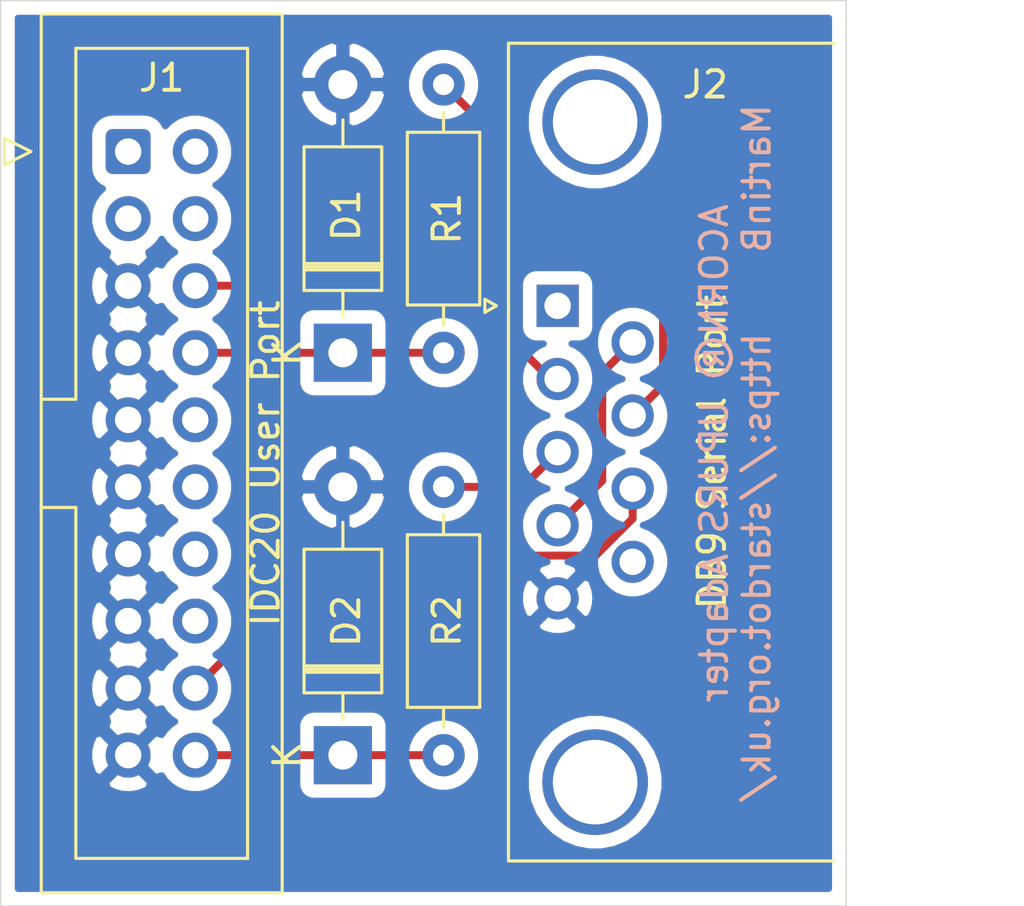
<source format=kicad_pcb>
(kicad_pcb (version 20171130) (host pcbnew "(5.1.7-0-10_14)")

  (general
    (thickness 1.6)
    (drawings 5)
    (tracks 19)
    (zones 0)
    (modules 6)
    (nets 10)
  )

  (page A4)
  (layers
    (0 F.Cu signal)
    (31 B.Cu signal)
    (32 B.Adhes user hide)
    (33 F.Adhes user hide)
    (34 B.Paste user hide)
    (35 F.Paste user hide)
    (36 B.SilkS user)
    (37 F.SilkS user)
    (38 B.Mask user)
    (39 F.Mask user)
    (40 Dwgs.User user hide)
    (41 Cmts.User user hide)
    (42 Eco1.User user hide)
    (43 Eco2.User user hide)
    (44 Edge.Cuts user)
    (45 Margin user hide)
    (46 B.CrtYd user hide)
    (47 F.CrtYd user hide)
    (48 B.Fab user hide)
    (49 F.Fab user hide)
  )

  (setup
    (last_trace_width 0.3)
    (user_trace_width 0.254)
    (user_trace_width 0.3)
    (user_trace_width 0.381)
    (user_trace_width 0.4)
    (user_trace_width 0.5)
    (user_trace_width 0.508)
    (user_trace_width 0.762)
    (user_trace_width 1)
    (user_trace_width 1.016)
    (user_trace_width 1.524)
    (user_trace_width 2)
    (user_trace_width 2.032)
    (user_trace_width 5)
    (trace_clearance 0.2)
    (zone_clearance 0.508)
    (zone_45_only no)
    (trace_min 0.127)
    (via_size 0.8)
    (via_drill 0.4)
    (via_min_size 0.6)
    (via_min_drill 0.3)
    (uvia_size 0.3)
    (uvia_drill 0.1)
    (uvias_allowed no)
    (uvia_min_size 0.2)
    (uvia_min_drill 0.1)
    (edge_width 0.05)
    (segment_width 0.2)
    (pcb_text_width 0.3)
    (pcb_text_size 1.5 1.5)
    (mod_edge_width 0.12)
    (mod_text_size 1 1)
    (mod_text_width 0.15)
    (pad_size 1.524 1.524)
    (pad_drill 0.762)
    (pad_to_mask_clearance 0)
    (aux_axis_origin 0 0)
    (visible_elements FFFFFF7F)
    (pcbplotparams
      (layerselection 0x010f0_ffffffff)
      (usegerberextensions false)
      (usegerberattributes true)
      (usegerberadvancedattributes true)
      (creategerberjobfile true)
      (excludeedgelayer false)
      (linewidth 0.150000)
      (plotframeref false)
      (viasonmask false)
      (mode 1)
      (useauxorigin false)
      (hpglpennumber 1)
      (hpglpenspeed 20)
      (hpglpendiameter 15.000000)
      (psnegative false)
      (psa4output false)
      (plotreference true)
      (plotvalue true)
      (plotinvisibletext false)
      (padsonsilk false)
      (subtractmaskfromsilk false)
      (outputformat 1)
      (mirror false)
      (drillshape 0)
      (scaleselection 1)
      (outputdirectory "gerber/"))
  )

  (net 0 "")
  (net 1 /RTS)
  (net 2 /TxD)
  (net 3 /RxD)
  (net 4 /CTS)
  (net 5 "Net-(J2-Pad4)")
  (net 6 "Net-(J2-Pad0)")
  (net 7 GND)
  (net 8 /TxD-PC)
  (net 9 /RTS-PC)

  (net_class Default "This is the default net class."
    (clearance 0.2)
    (trace_width 0.25)
    (via_dia 0.8)
    (via_drill 0.4)
    (uvia_dia 0.3)
    (uvia_drill 0.1)
    (add_net /CTS)
    (add_net /RTS)
    (add_net /RTS-PC)
    (add_net /RxD)
    (add_net /TxD)
    (add_net /TxD-PC)
    (add_net GND)
    (add_net "Net-(J2-Pad0)")
    (add_net "Net-(J2-Pad4)")
  )

  (module Diode_THT:D_DO-41_SOD81_P10.16mm_Horizontal (layer F.Cu) (tedit 5AE50CD5) (tstamp 5F861E71)
    (at 59.69 58.42 90)
    (descr "Diode, DO-41_SOD81 series, Axial, Horizontal, pin pitch=10.16mm, , length*diameter=5.2*2.7mm^2, , http://www.diodes.com/_files/packages/DO-41%20(Plastic).pdf")
    (tags "Diode DO-41_SOD81 series Axial Horizontal pin pitch 10.16mm  length 5.2mm diameter 2.7mm")
    (path /5F7DAFBC)
    (fp_text reference D1 (at 5.207 0.127 90) (layer F.SilkS)
      (effects (font (size 1 1) (thickness 0.15)))
    )
    (fp_text value 1N4148 (at 5.08 2.47 90) (layer F.Fab)
      (effects (font (size 1 1) (thickness 0.15)))
    )
    (fp_line (start 11.51 -1.6) (end -1.35 -1.6) (layer F.CrtYd) (width 0.05))
    (fp_line (start 11.51 1.6) (end 11.51 -1.6) (layer F.CrtYd) (width 0.05))
    (fp_line (start -1.35 1.6) (end 11.51 1.6) (layer F.CrtYd) (width 0.05))
    (fp_line (start -1.35 -1.6) (end -1.35 1.6) (layer F.CrtYd) (width 0.05))
    (fp_line (start 3.14 -1.47) (end 3.14 1.47) (layer F.SilkS) (width 0.12))
    (fp_line (start 3.38 -1.47) (end 3.38 1.47) (layer F.SilkS) (width 0.12))
    (fp_line (start 3.26 -1.47) (end 3.26 1.47) (layer F.SilkS) (width 0.12))
    (fp_line (start 8.82 0) (end 7.8 0) (layer F.SilkS) (width 0.12))
    (fp_line (start 1.34 0) (end 2.36 0) (layer F.SilkS) (width 0.12))
    (fp_line (start 7.8 -1.47) (end 2.36 -1.47) (layer F.SilkS) (width 0.12))
    (fp_line (start 7.8 1.47) (end 7.8 -1.47) (layer F.SilkS) (width 0.12))
    (fp_line (start 2.36 1.47) (end 7.8 1.47) (layer F.SilkS) (width 0.12))
    (fp_line (start 2.36 -1.47) (end 2.36 1.47) (layer F.SilkS) (width 0.12))
    (fp_line (start 3.16 -1.35) (end 3.16 1.35) (layer F.Fab) (width 0.1))
    (fp_line (start 3.36 -1.35) (end 3.36 1.35) (layer F.Fab) (width 0.1))
    (fp_line (start 3.26 -1.35) (end 3.26 1.35) (layer F.Fab) (width 0.1))
    (fp_line (start 10.16 0) (end 7.68 0) (layer F.Fab) (width 0.1))
    (fp_line (start 0 0) (end 2.48 0) (layer F.Fab) (width 0.1))
    (fp_line (start 7.68 -1.35) (end 2.48 -1.35) (layer F.Fab) (width 0.1))
    (fp_line (start 7.68 1.35) (end 7.68 -1.35) (layer F.Fab) (width 0.1))
    (fp_line (start 2.48 1.35) (end 7.68 1.35) (layer F.Fab) (width 0.1))
    (fp_line (start 2.48 -1.35) (end 2.48 1.35) (layer F.Fab) (width 0.1))
    (fp_text user %R (at 5.47 0 90) (layer F.Fab)
      (effects (font (size 1 1) (thickness 0.15)))
    )
    (fp_text user K (at 0 -2.1 90) (layer F.Fab)
      (effects (font (size 1 1) (thickness 0.15)))
    )
    (fp_text user K (at 0 -2.1 90) (layer F.SilkS)
      (effects (font (size 1 1) (thickness 0.15)))
    )
    (pad 1 thru_hole rect (at 0 0 90) (size 2.2 2.2) (drill 1.1) (layers *.Cu *.Mask)
      (net 1 /RTS))
    (pad 2 thru_hole oval (at 10.16 0 90) (size 2.2 2.2) (drill 1.1) (layers *.Cu *.Mask)
      (net 7 GND))
    (model ${KISYS3DMOD}/Diode_THT.3dshapes/D_DO-41_SOD81_P10.16mm_Horizontal.wrl
      (at (xyz 0 0 0))
      (scale (xyz 1 1 1))
      (rotate (xyz 0 0 0))
    )
  )

  (module Diode_THT:D_DO-41_SOD81_P10.16mm_Horizontal (layer F.Cu) (tedit 5AE50CD5) (tstamp 5F861E90)
    (at 59.69 73.66 90)
    (descr "Diode, DO-41_SOD81 series, Axial, Horizontal, pin pitch=10.16mm, , length*diameter=5.2*2.7mm^2, , http://www.diodes.com/_files/packages/DO-41%20(Plastic).pdf")
    (tags "Diode DO-41_SOD81 series Axial Horizontal pin pitch 10.16mm  length 5.2mm diameter 2.7mm")
    (path /5F7DDEDE)
    (fp_text reference D2 (at 5.08 0.127 90) (layer F.SilkS)
      (effects (font (size 1 1) (thickness 0.15)))
    )
    (fp_text value 1N4148 (at 5.08 2.47 90) (layer F.Fab)
      (effects (font (size 1 1) (thickness 0.15)))
    )
    (fp_text user K (at 0 -2.1 90) (layer F.SilkS)
      (effects (font (size 1 1) (thickness 0.15)))
    )
    (fp_text user K (at 0 -2.1 90) (layer F.Fab)
      (effects (font (size 1 1) (thickness 0.15)))
    )
    (fp_text user %R (at 5.47 0 90) (layer F.Fab)
      (effects (font (size 1 1) (thickness 0.15)))
    )
    (fp_line (start 2.48 -1.35) (end 2.48 1.35) (layer F.Fab) (width 0.1))
    (fp_line (start 2.48 1.35) (end 7.68 1.35) (layer F.Fab) (width 0.1))
    (fp_line (start 7.68 1.35) (end 7.68 -1.35) (layer F.Fab) (width 0.1))
    (fp_line (start 7.68 -1.35) (end 2.48 -1.35) (layer F.Fab) (width 0.1))
    (fp_line (start 0 0) (end 2.48 0) (layer F.Fab) (width 0.1))
    (fp_line (start 10.16 0) (end 7.68 0) (layer F.Fab) (width 0.1))
    (fp_line (start 3.26 -1.35) (end 3.26 1.35) (layer F.Fab) (width 0.1))
    (fp_line (start 3.36 -1.35) (end 3.36 1.35) (layer F.Fab) (width 0.1))
    (fp_line (start 3.16 -1.35) (end 3.16 1.35) (layer F.Fab) (width 0.1))
    (fp_line (start 2.36 -1.47) (end 2.36 1.47) (layer F.SilkS) (width 0.12))
    (fp_line (start 2.36 1.47) (end 7.8 1.47) (layer F.SilkS) (width 0.12))
    (fp_line (start 7.8 1.47) (end 7.8 -1.47) (layer F.SilkS) (width 0.12))
    (fp_line (start 7.8 -1.47) (end 2.36 -1.47) (layer F.SilkS) (width 0.12))
    (fp_line (start 1.34 0) (end 2.36 0) (layer F.SilkS) (width 0.12))
    (fp_line (start 8.82 0) (end 7.8 0) (layer F.SilkS) (width 0.12))
    (fp_line (start 3.26 -1.47) (end 3.26 1.47) (layer F.SilkS) (width 0.12))
    (fp_line (start 3.38 -1.47) (end 3.38 1.47) (layer F.SilkS) (width 0.12))
    (fp_line (start 3.14 -1.47) (end 3.14 1.47) (layer F.SilkS) (width 0.12))
    (fp_line (start -1.35 -1.6) (end -1.35 1.6) (layer F.CrtYd) (width 0.05))
    (fp_line (start -1.35 1.6) (end 11.51 1.6) (layer F.CrtYd) (width 0.05))
    (fp_line (start 11.51 1.6) (end 11.51 -1.6) (layer F.CrtYd) (width 0.05))
    (fp_line (start 11.51 -1.6) (end -1.35 -1.6) (layer F.CrtYd) (width 0.05))
    (pad 2 thru_hole oval (at 10.16 0 90) (size 2.2 2.2) (drill 1.1) (layers *.Cu *.Mask)
      (net 7 GND))
    (pad 1 thru_hole rect (at 0 0 90) (size 2.2 2.2) (drill 1.1) (layers *.Cu *.Mask)
      (net 2 /TxD))
    (model ${KISYS3DMOD}/Diode_THT.3dshapes/D_DO-41_SOD81_P10.16mm_Horizontal.wrl
      (at (xyz 0 0 0))
      (scale (xyz 1 1 1))
      (rotate (xyz 0 0 0))
    )
  )

  (module Connector_IDC:IDC-Header_2x10_P2.54mm_Vertical (layer F.Cu) (tedit 5EAC9A07) (tstamp 5F862AEE)
    (at 51.562 50.8)
    (descr "Through hole IDC box header, 2x10, 2.54mm pitch, DIN 41651 / IEC 60603-13, double rows, https://docs.google.com/spreadsheets/d/16SsEcesNF15N3Lb4niX7dcUr-NY5_MFPQhobNuNppn4/edit#gid=0")
    (tags "Through hole vertical IDC box header THT 2x10 2.54mm double row")
    (path /5F7BC7EF)
    (fp_text reference J1 (at 1.27 -2.794) (layer F.SilkS)
      (effects (font (size 1 1) (thickness 0.15)))
    )
    (fp_text value "IDC20 User Port" (at 5.207 11.811 90) (layer F.SilkS)
      (effects (font (size 1 1) (thickness 0.15)))
    )
    (fp_line (start 6.22 -5.6) (end -3.68 -5.6) (layer F.CrtYd) (width 0.05))
    (fp_line (start 6.22 28.46) (end 6.22 -5.6) (layer F.CrtYd) (width 0.05))
    (fp_line (start -3.68 28.46) (end 6.22 28.46) (layer F.CrtYd) (width 0.05))
    (fp_line (start -3.68 -5.6) (end -3.68 28.46) (layer F.CrtYd) (width 0.05))
    (fp_line (start -4.68 0.5) (end -3.68 0) (layer F.SilkS) (width 0.12))
    (fp_line (start -4.68 -0.5) (end -4.68 0.5) (layer F.SilkS) (width 0.12))
    (fp_line (start -3.68 0) (end -4.68 -0.5) (layer F.SilkS) (width 0.12))
    (fp_line (start -1.98 13.48) (end -3.29 13.48) (layer F.SilkS) (width 0.12))
    (fp_line (start -1.98 13.48) (end -1.98 13.48) (layer F.SilkS) (width 0.12))
    (fp_line (start -1.98 26.77) (end -1.98 13.48) (layer F.SilkS) (width 0.12))
    (fp_line (start 4.52 26.77) (end -1.98 26.77) (layer F.SilkS) (width 0.12))
    (fp_line (start 4.52 -3.91) (end 4.52 26.77) (layer F.SilkS) (width 0.12))
    (fp_line (start -1.98 -3.91) (end 4.52 -3.91) (layer F.SilkS) (width 0.12))
    (fp_line (start -1.98 9.38) (end -1.98 -3.91) (layer F.SilkS) (width 0.12))
    (fp_line (start -3.29 9.38) (end -1.98 9.38) (layer F.SilkS) (width 0.12))
    (fp_line (start -3.29 28.07) (end -3.29 -5.21) (layer F.SilkS) (width 0.12))
    (fp_line (start 5.83 28.07) (end -3.29 28.07) (layer F.SilkS) (width 0.12))
    (fp_line (start 5.83 -5.21) (end 5.83 28.07) (layer F.SilkS) (width 0.12))
    (fp_line (start -3.29 -5.21) (end 5.83 -5.21) (layer F.SilkS) (width 0.12))
    (fp_line (start -1.98 13.48) (end -3.18 13.48) (layer F.Fab) (width 0.1))
    (fp_line (start -1.98 13.48) (end -1.98 13.48) (layer F.Fab) (width 0.1))
    (fp_line (start -1.98 26.77) (end -1.98 13.48) (layer F.Fab) (width 0.1))
    (fp_line (start 4.52 26.77) (end -1.98 26.77) (layer F.Fab) (width 0.1))
    (fp_line (start 4.52 -3.91) (end 4.52 26.77) (layer F.Fab) (width 0.1))
    (fp_line (start -1.98 -3.91) (end 4.52 -3.91) (layer F.Fab) (width 0.1))
    (fp_line (start -1.98 9.38) (end -1.98 -3.91) (layer F.Fab) (width 0.1))
    (fp_line (start -3.18 9.38) (end -1.98 9.38) (layer F.Fab) (width 0.1))
    (fp_line (start -3.18 27.96) (end -3.18 -4.1) (layer F.Fab) (width 0.1))
    (fp_line (start 5.72 27.96) (end -3.18 27.96) (layer F.Fab) (width 0.1))
    (fp_line (start 5.72 -5.1) (end 5.72 27.96) (layer F.Fab) (width 0.1))
    (fp_line (start -2.18 -5.1) (end 5.72 -5.1) (layer F.Fab) (width 0.1))
    (fp_line (start -3.18 -4.1) (end -2.18 -5.1) (layer F.Fab) (width 0.1))
    (fp_text user %R (at 1.27 11.43 90) (layer F.Fab)
      (effects (font (size 1 1) (thickness 0.15)))
    )
    (pad 1 thru_hole roundrect (at 0 0) (size 1.7 1.7) (drill 1) (layers *.Cu *.Mask) (roundrect_rratio 0.1470588235294118))
    (pad 3 thru_hole circle (at 0 2.54) (size 1.7 1.7) (drill 1) (layers *.Cu *.Mask))
    (pad 5 thru_hole circle (at 0 5.08) (size 1.7 1.7) (drill 1) (layers *.Cu *.Mask)
      (net 7 GND))
    (pad 7 thru_hole circle (at 0 7.62) (size 1.7 1.7) (drill 1) (layers *.Cu *.Mask)
      (net 7 GND))
    (pad 9 thru_hole circle (at 0 10.16) (size 1.7 1.7) (drill 1) (layers *.Cu *.Mask)
      (net 7 GND))
    (pad 11 thru_hole circle (at 0 12.7) (size 1.7 1.7) (drill 1) (layers *.Cu *.Mask)
      (net 7 GND))
    (pad 13 thru_hole circle (at 0 15.24) (size 1.7 1.7) (drill 1) (layers *.Cu *.Mask)
      (net 7 GND))
    (pad 15 thru_hole circle (at 0 17.78) (size 1.7 1.7) (drill 1) (layers *.Cu *.Mask)
      (net 7 GND))
    (pad 17 thru_hole circle (at 0 20.32) (size 1.7 1.7) (drill 1) (layers *.Cu *.Mask)
      (net 7 GND))
    (pad 19 thru_hole circle (at 0 22.86) (size 1.7 1.7) (drill 1) (layers *.Cu *.Mask)
      (net 7 GND))
    (pad 2 thru_hole circle (at 2.54 0) (size 1.7 1.7) (drill 1) (layers *.Cu *.Mask))
    (pad 4 thru_hole circle (at 2.54 2.54) (size 1.7 1.7) (drill 1) (layers *.Cu *.Mask))
    (pad 6 thru_hole circle (at 2.54 5.08) (size 1.7 1.7) (drill 1) (layers *.Cu *.Mask)
      (net 3 /RxD))
    (pad 8 thru_hole circle (at 2.54 7.62) (size 1.7 1.7) (drill 1) (layers *.Cu *.Mask)
      (net 1 /RTS))
    (pad 10 thru_hole circle (at 2.54 10.16) (size 1.7 1.7) (drill 1) (layers *.Cu *.Mask))
    (pad 12 thru_hole circle (at 2.54 12.7) (size 1.7 1.7) (drill 1) (layers *.Cu *.Mask))
    (pad 14 thru_hole circle (at 2.54 15.24) (size 1.7 1.7) (drill 1) (layers *.Cu *.Mask))
    (pad 16 thru_hole circle (at 2.54 17.78) (size 1.7 1.7) (drill 1) (layers *.Cu *.Mask))
    (pad 18 thru_hole circle (at 2.54 20.32) (size 1.7 1.7) (drill 1) (layers *.Cu *.Mask)
      (net 4 /CTS))
    (pad 20 thru_hole circle (at 2.54 22.86) (size 1.7 1.7) (drill 1) (layers *.Cu *.Mask)
      (net 2 /TxD))
    (model ${KISYS3DMOD}/Connector_IDC.3dshapes/IDC-Header_2x10_P2.54mm_Vertical.wrl
      (at (xyz 0 0 0))
      (scale (xyz 1 1 1))
      (rotate (xyz 0 0 0))
    )
  )

  (module Connector_Dsub:DSUB-9_Female_Horizontal_P2.77x2.84mm_EdgePinOffset7.70mm_Housed_MountingHolesOffset9.12mm (layer F.Cu) (tedit 59FEDEE2) (tstamp 5F861EFD)
    (at 67.818 56.642 90)
    (descr "9-pin D-Sub connector, horizontal/angled (90 deg), THT-mount, female, pitch 2.77x2.84mm, pin-PCB-offset 7.699999999999999mm, distance of mounting holes 25mm, distance of mounting holes to PCB edge 9.12mm, see https://disti-assets.s3.amazonaws.com/tonar/files/datasheets/16730.pdf")
    (tags "9-pin D-Sub connector horizontal angled 90deg THT female pitch 2.77x2.84mm pin-PCB-offset 7.699999999999999mm mounting-holes-distance 25mm mounting-hole-offset 25mm")
    (path /5F7B675B)
    (fp_text reference J2 (at 8.382 5.588 180) (layer F.SilkS)
      (effects (font (size 1 1) (thickness 0.15)))
    )
    (fp_text value "DB9 Serial Port" (at -5.54 5.842 90) (layer F.SilkS)
      (effects (font (size 1 1) (thickness 0.15)))
    )
    (fp_line (start 10.4 -2.35) (end -21.5 -2.35) (layer F.CrtYd) (width 0.05))
    (fp_line (start 10.4 17.65) (end 10.4 -2.35) (layer F.CrtYd) (width 0.05))
    (fp_line (start -21.5 17.65) (end 10.4 17.65) (layer F.CrtYd) (width 0.05))
    (fp_line (start -21.5 -2.35) (end -21.5 17.65) (layer F.CrtYd) (width 0.05))
    (fp_line (start 0 -2.321325) (end -0.25 -2.754338) (layer F.SilkS) (width 0.12))
    (fp_line (start 0.25 -2.754338) (end 0 -2.321325) (layer F.SilkS) (width 0.12))
    (fp_line (start -0.25 -2.754338) (end 0.25 -2.754338) (layer F.SilkS) (width 0.12))
    (fp_line (start 9.945 -1.86) (end 9.945 10.48) (layer F.SilkS) (width 0.12))
    (fp_line (start -21.025 -1.86) (end 9.945 -1.86) (layer F.SilkS) (width 0.12))
    (fp_line (start -21.025 10.48) (end -21.025 -1.86) (layer F.SilkS) (width 0.12))
    (fp_line (start 8.56 10.54) (end 8.56 1.42) (layer F.Fab) (width 0.1))
    (fp_line (start 5.36 10.54) (end 5.36 1.42) (layer F.Fab) (width 0.1))
    (fp_line (start -16.44 10.54) (end -16.44 1.42) (layer F.Fab) (width 0.1))
    (fp_line (start -19.64 10.54) (end -19.64 1.42) (layer F.Fab) (width 0.1))
    (fp_line (start 9.46 10.94) (end 4.46 10.94) (layer F.Fab) (width 0.1))
    (fp_line (start 9.46 15.94) (end 9.46 10.94) (layer F.Fab) (width 0.1))
    (fp_line (start 4.46 15.94) (end 9.46 15.94) (layer F.Fab) (width 0.1))
    (fp_line (start 4.46 10.94) (end 4.46 15.94) (layer F.Fab) (width 0.1))
    (fp_line (start -15.54 10.94) (end -20.54 10.94) (layer F.Fab) (width 0.1))
    (fp_line (start -15.54 15.94) (end -15.54 10.94) (layer F.Fab) (width 0.1))
    (fp_line (start -20.54 15.94) (end -15.54 15.94) (layer F.Fab) (width 0.1))
    (fp_line (start -20.54 10.94) (end -20.54 15.94) (layer F.Fab) (width 0.1))
    (fp_line (start 2.61 10.94) (end -13.69 10.94) (layer F.Fab) (width 0.1))
    (fp_line (start 2.61 17.11) (end 2.61 10.94) (layer F.Fab) (width 0.1))
    (fp_line (start -13.69 17.11) (end 2.61 17.11) (layer F.Fab) (width 0.1))
    (fp_line (start -13.69 10.94) (end -13.69 17.11) (layer F.Fab) (width 0.1))
    (fp_line (start 9.885 10.54) (end -20.965 10.54) (layer F.Fab) (width 0.1))
    (fp_line (start 9.885 10.94) (end 9.885 10.54) (layer F.Fab) (width 0.1))
    (fp_line (start -20.965 10.94) (end 9.885 10.94) (layer F.Fab) (width 0.1))
    (fp_line (start -20.965 10.54) (end -20.965 10.94) (layer F.Fab) (width 0.1))
    (fp_line (start 9.885 -1.8) (end -20.965 -1.8) (layer F.Fab) (width 0.1))
    (fp_line (start 9.885 10.54) (end 9.885 -1.8) (layer F.Fab) (width 0.1))
    (fp_line (start -20.965 10.54) (end 9.885 10.54) (layer F.Fab) (width 0.1))
    (fp_line (start -20.965 -1.8) (end -20.965 10.54) (layer F.Fab) (width 0.1))
    (fp_arc (start -18.04 1.42) (end -19.64 1.42) (angle 180) (layer F.Fab) (width 0.1))
    (fp_arc (start 6.96 1.42) (end 5.36 1.42) (angle 180) (layer F.Fab) (width 0.1))
    (fp_text user %R (at -5.54 14.025 90) (layer F.Fab)
      (effects (font (size 1 1) (thickness 0.15)))
    )
    (pad 1 thru_hole rect (at 0 0 90) (size 1.6 1.6) (drill 1) (layers *.Cu *.Mask))
    (pad 2 thru_hole circle (at -2.77 0 90) (size 1.6 1.6) (drill 1) (layers *.Cu *.Mask)
      (net 3 /RxD))
    (pad 3 thru_hole circle (at -5.54 0 90) (size 1.6 1.6) (drill 1) (layers *.Cu *.Mask)
      (net 8 /TxD-PC))
    (pad 4 thru_hole circle (at -8.31 0 90) (size 1.6 1.6) (drill 1) (layers *.Cu *.Mask)
      (net 5 "Net-(J2-Pad4)"))
    (pad 5 thru_hole circle (at -11.08 0 90) (size 1.6 1.6) (drill 1) (layers *.Cu *.Mask)
      (net 7 GND))
    (pad 6 thru_hole circle (at -1.385 2.84 90) (size 1.6 1.6) (drill 1) (layers *.Cu *.Mask)
      (net 5 "Net-(J2-Pad4)"))
    (pad 7 thru_hole circle (at -4.155 2.84 90) (size 1.6 1.6) (drill 1) (layers *.Cu *.Mask)
      (net 9 /RTS-PC))
    (pad 8 thru_hole circle (at -6.925 2.84 90) (size 1.6 1.6) (drill 1) (layers *.Cu *.Mask)
      (net 4 /CTS))
    (pad 9 thru_hole circle (at -9.695 2.84 90) (size 1.6 1.6) (drill 1) (layers *.Cu *.Mask))
    (pad 0 thru_hole circle (at -18.04 1.42 90) (size 4 4) (drill 3.2) (layers *.Cu *.Mask)
      (net 6 "Net-(J2-Pad0)"))
    (pad 0 thru_hole circle (at 6.96 1.42 90) (size 4 4) (drill 3.2) (layers *.Cu *.Mask)
      (net 6 "Net-(J2-Pad0)"))
    (model ${KISYS3DMOD}/Connector_Dsub.3dshapes/DSUB-9_Female_Horizontal_P2.77x2.84mm_EdgePinOffset7.70mm_Housed_MountingHolesOffset9.12mm.wrl
      (at (xyz 0 0 0))
      (scale (xyz 1 1 1))
      (rotate (xyz 0 0 0))
    )
  )

  (module Resistor_THT:R_Axial_DIN0207_L6.3mm_D2.5mm_P10.16mm_Horizontal (layer F.Cu) (tedit 5AE5139B) (tstamp 5F86277F)
    (at 63.5 48.26 270)
    (descr "Resistor, Axial_DIN0207 series, Axial, Horizontal, pin pitch=10.16mm, 0.25W = 1/4W, length*diameter=6.3*2.5mm^2, http://cdn-reichelt.de/documents/datenblatt/B400/1_4W%23YAG.pdf")
    (tags "Resistor Axial_DIN0207 series Axial Horizontal pin pitch 10.16mm 0.25W = 1/4W length 6.3mm diameter 2.5mm")
    (path /5F7D7F5A)
    (fp_text reference R1 (at 5.08 -0.127 90) (layer F.SilkS)
      (effects (font (size 1 1) (thickness 0.15)))
    )
    (fp_text value 4k7 (at 5.08 2.37 90) (layer F.Fab)
      (effects (font (size 1 1) (thickness 0.15)))
    )
    (fp_text user %R (at 5.08 0 90) (layer F.Fab)
      (effects (font (size 1 1) (thickness 0.15)))
    )
    (fp_line (start 1.93 -1.25) (end 1.93 1.25) (layer F.Fab) (width 0.1))
    (fp_line (start 1.93 1.25) (end 8.23 1.25) (layer F.Fab) (width 0.1))
    (fp_line (start 8.23 1.25) (end 8.23 -1.25) (layer F.Fab) (width 0.1))
    (fp_line (start 8.23 -1.25) (end 1.93 -1.25) (layer F.Fab) (width 0.1))
    (fp_line (start 0 0) (end 1.93 0) (layer F.Fab) (width 0.1))
    (fp_line (start 10.16 0) (end 8.23 0) (layer F.Fab) (width 0.1))
    (fp_line (start 1.81 -1.37) (end 1.81 1.37) (layer F.SilkS) (width 0.12))
    (fp_line (start 1.81 1.37) (end 8.35 1.37) (layer F.SilkS) (width 0.12))
    (fp_line (start 8.35 1.37) (end 8.35 -1.37) (layer F.SilkS) (width 0.12))
    (fp_line (start 8.35 -1.37) (end 1.81 -1.37) (layer F.SilkS) (width 0.12))
    (fp_line (start 1.04 0) (end 1.81 0) (layer F.SilkS) (width 0.12))
    (fp_line (start 9.12 0) (end 8.35 0) (layer F.SilkS) (width 0.12))
    (fp_line (start -1.05 -1.5) (end -1.05 1.5) (layer F.CrtYd) (width 0.05))
    (fp_line (start -1.05 1.5) (end 11.21 1.5) (layer F.CrtYd) (width 0.05))
    (fp_line (start 11.21 1.5) (end 11.21 -1.5) (layer F.CrtYd) (width 0.05))
    (fp_line (start 11.21 -1.5) (end -1.05 -1.5) (layer F.CrtYd) (width 0.05))
    (pad 2 thru_hole oval (at 10.16 0 270) (size 1.6 1.6) (drill 0.8) (layers *.Cu *.Mask)
      (net 1 /RTS))
    (pad 1 thru_hole circle (at 0 0 270) (size 1.6 1.6) (drill 0.8) (layers *.Cu *.Mask)
      (net 9 /RTS-PC))
    (model ${KISYS3DMOD}/Resistor_THT.3dshapes/R_Axial_DIN0207_L6.3mm_D2.5mm_P10.16mm_Horizontal.wrl
      (at (xyz 0 0 0))
      (scale (xyz 1 1 1))
      (rotate (xyz 0 0 0))
    )
  )

  (module Resistor_THT:R_Axial_DIN0207_L6.3mm_D2.5mm_P10.16mm_Horizontal (layer F.Cu) (tedit 5AE5139B) (tstamp 5F861F2B)
    (at 63.5 63.5 270)
    (descr "Resistor, Axial_DIN0207 series, Axial, Horizontal, pin pitch=10.16mm, 0.25W = 1/4W, length*diameter=6.3*2.5mm^2, http://cdn-reichelt.de/documents/datenblatt/B400/1_4W%23YAG.pdf")
    (tags "Resistor Axial_DIN0207 series Axial Horizontal pin pitch 10.16mm 0.25W = 1/4W length 6.3mm diameter 2.5mm")
    (path /5F7D74A4)
    (fp_text reference R2 (at 5.08 -0.127 90) (layer F.SilkS)
      (effects (font (size 1 1) (thickness 0.15)))
    )
    (fp_text value 4k7 (at 5.08 2.37 90) (layer F.Fab)
      (effects (font (size 1 1) (thickness 0.15)))
    )
    (fp_line (start 11.21 -1.5) (end -1.05 -1.5) (layer F.CrtYd) (width 0.05))
    (fp_line (start 11.21 1.5) (end 11.21 -1.5) (layer F.CrtYd) (width 0.05))
    (fp_line (start -1.05 1.5) (end 11.21 1.5) (layer F.CrtYd) (width 0.05))
    (fp_line (start -1.05 -1.5) (end -1.05 1.5) (layer F.CrtYd) (width 0.05))
    (fp_line (start 9.12 0) (end 8.35 0) (layer F.SilkS) (width 0.12))
    (fp_line (start 1.04 0) (end 1.81 0) (layer F.SilkS) (width 0.12))
    (fp_line (start 8.35 -1.37) (end 1.81 -1.37) (layer F.SilkS) (width 0.12))
    (fp_line (start 8.35 1.37) (end 8.35 -1.37) (layer F.SilkS) (width 0.12))
    (fp_line (start 1.81 1.37) (end 8.35 1.37) (layer F.SilkS) (width 0.12))
    (fp_line (start 1.81 -1.37) (end 1.81 1.37) (layer F.SilkS) (width 0.12))
    (fp_line (start 10.16 0) (end 8.23 0) (layer F.Fab) (width 0.1))
    (fp_line (start 0 0) (end 1.93 0) (layer F.Fab) (width 0.1))
    (fp_line (start 8.23 -1.25) (end 1.93 -1.25) (layer F.Fab) (width 0.1))
    (fp_line (start 8.23 1.25) (end 8.23 -1.25) (layer F.Fab) (width 0.1))
    (fp_line (start 1.93 1.25) (end 8.23 1.25) (layer F.Fab) (width 0.1))
    (fp_line (start 1.93 -1.25) (end 1.93 1.25) (layer F.Fab) (width 0.1))
    (fp_text user %R (at 5.08 0 90) (layer F.Fab)
      (effects (font (size 1 1) (thickness 0.15)))
    )
    (pad 1 thru_hole circle (at 0 0 270) (size 1.6 1.6) (drill 0.8) (layers *.Cu *.Mask)
      (net 8 /TxD-PC))
    (pad 2 thru_hole oval (at 10.16 0 270) (size 1.6 1.6) (drill 0.8) (layers *.Cu *.Mask)
      (net 2 /TxD))
    (model ${KISYS3DMOD}/Resistor_THT.3dshapes/R_Axial_DIN0207_L6.3mm_D2.5mm_P10.16mm_Horizontal.wrl
      (at (xyz 0 0 0))
      (scale (xyz 1 1 1))
      (rotate (xyz 0 0 0))
    )
  )

  (gr_text "ACORN® UPURS Adapter\nMartinB    https://stardot.org.uk/" (at 74.549 62.23 90) (layer B.SilkS)
    (effects (font (size 1 1) (thickness 0.15)) (justify mirror))
  )
  (gr_line (start 46.736 79.375) (end 46.736 45.085) (layer Edge.Cuts) (width 0.05) (tstamp 5F862E2B))
  (gr_line (start 78.74 79.375) (end 46.736 79.375) (layer Edge.Cuts) (width 0.05))
  (gr_line (start 78.74 45.085) (end 78.74 79.375) (layer Edge.Cuts) (width 0.05))
  (gr_line (start 46.736 45.085) (end 78.74 45.085) (layer Edge.Cuts) (width 0.05))

  (segment (start 54.102 58.42) (end 59.69 58.42) (width 0.3) (layer F.Cu) (net 1))
  (segment (start 59.69 58.42) (end 63.5 58.42) (width 0.3) (layer F.Cu) (net 1))
  (segment (start 54.102 73.66) (end 59.69 73.66) (width 0.3) (layer F.Cu) (net 2))
  (segment (start 59.69 73.66) (end 63.5 73.66) (width 0.3) (layer F.Cu) (net 2))
  (segment (start 54.102 55.88) (end 64.008 55.88) (width 0.3) (layer F.Cu) (net 3))
  (segment (start 67.54 59.412) (end 67.818 59.412) (width 0.3) (layer F.Cu) (net 3))
  (segment (start 64.008 55.88) (end 67.54 59.412) (width 0.3) (layer F.Cu) (net 3))
  (segment (start 69.254369 66.102001) (end 70.658 64.69837) (width 0.3) (layer F.Cu) (net 4))
  (segment (start 59.119999 66.102001) (end 69.254369 66.102001) (width 0.3) (layer F.Cu) (net 4))
  (segment (start 70.658 64.69837) (end 70.658 63.567) (width 0.3) (layer F.Cu) (net 4))
  (segment (start 54.102 71.12) (end 59.119999 66.102001) (width 0.3) (layer F.Cu) (net 4))
  (segment (start 69.507999 63.262001) (end 67.818 64.952) (width 0.3) (layer F.Cu) (net 5))
  (segment (start 69.507999 59.177001) (end 69.507999 63.262001) (width 0.3) (layer F.Cu) (net 5))
  (segment (start 70.658 58.027) (end 69.507999 59.177001) (width 0.3) (layer F.Cu) (net 5))
  (segment (start 66.5 63.5) (end 67.818 62.182) (width 0.3) (layer F.Cu) (net 8))
  (segment (start 63.5 63.5) (end 66.5 63.5) (width 0.3) (layer F.Cu) (net 8))
  (segment (start 71.808001 59.646999) (end 70.658 60.797) (width 0.3) (layer F.Cu) (net 9))
  (segment (start 71.808001 56.568001) (end 71.808001 59.646999) (width 0.3) (layer F.Cu) (net 9))
  (segment (start 63.5 48.26) (end 71.808001 56.568001) (width 0.3) (layer F.Cu) (net 9))

  (zone (net 7) (net_name GND) (layer B.Cu) (tstamp 5F8630D5) (hatch edge 0.508)
    (connect_pads (clearance 0.508))
    (min_thickness 0.254)
    (fill yes (arc_segments 32) (thermal_gap 0.508) (thermal_bridge_width 0.508))
    (polygon
      (pts
        (xy 78.74 79.375) (xy 46.736 79.375) (xy 46.736 45.085) (xy 78.74 45.085)
      )
    )
    (filled_polygon
      (pts
        (xy 78.080001 78.715) (xy 47.396 78.715) (xy 47.396 74.688397) (xy 50.713208 74.688397) (xy 50.790843 74.937472)
        (xy 51.054883 75.063371) (xy 51.338411 75.135339) (xy 51.630531 75.150611) (xy 51.920019 75.108599) (xy 52.195747 75.010919)
        (xy 52.333157 74.937472) (xy 52.410792 74.688397) (xy 51.562 73.839605) (xy 50.713208 74.688397) (xy 47.396 74.688397)
        (xy 47.396 73.728531) (xy 50.071389 73.728531) (xy 50.113401 74.018019) (xy 50.211081 74.293747) (xy 50.284528 74.431157)
        (xy 50.533603 74.508792) (xy 51.382395 73.66) (xy 50.533603 72.811208) (xy 50.284528 72.888843) (xy 50.158629 73.152883)
        (xy 50.086661 73.436411) (xy 50.071389 73.728531) (xy 47.396 73.728531) (xy 47.396 72.148397) (xy 50.713208 72.148397)
        (xy 50.788514 72.39) (xy 50.713208 72.631603) (xy 51.562 73.480395) (xy 52.410792 72.631603) (xy 52.335486 72.39)
        (xy 52.410792 72.148397) (xy 51.562 71.299605) (xy 50.713208 72.148397) (xy 47.396 72.148397) (xy 47.396 71.188531)
        (xy 50.071389 71.188531) (xy 50.113401 71.478019) (xy 50.211081 71.753747) (xy 50.284528 71.891157) (xy 50.533603 71.968792)
        (xy 51.382395 71.12) (xy 50.533603 70.271208) (xy 50.284528 70.348843) (xy 50.158629 70.612883) (xy 50.086661 70.896411)
        (xy 50.071389 71.188531) (xy 47.396 71.188531) (xy 47.396 69.608397) (xy 50.713208 69.608397) (xy 50.788514 69.85)
        (xy 50.713208 70.091603) (xy 51.562 70.940395) (xy 52.410792 70.091603) (xy 52.335486 69.85) (xy 52.410792 69.608397)
        (xy 51.562 68.759605) (xy 50.713208 69.608397) (xy 47.396 69.608397) (xy 47.396 68.648531) (xy 50.071389 68.648531)
        (xy 50.113401 68.938019) (xy 50.211081 69.213747) (xy 50.284528 69.351157) (xy 50.533603 69.428792) (xy 51.382395 68.58)
        (xy 50.533603 67.731208) (xy 50.284528 67.808843) (xy 50.158629 68.072883) (xy 50.086661 68.356411) (xy 50.071389 68.648531)
        (xy 47.396 68.648531) (xy 47.396 67.068397) (xy 50.713208 67.068397) (xy 50.788514 67.31) (xy 50.713208 67.551603)
        (xy 51.562 68.400395) (xy 52.410792 67.551603) (xy 52.335486 67.31) (xy 52.410792 67.068397) (xy 51.562 66.219605)
        (xy 50.713208 67.068397) (xy 47.396 67.068397) (xy 47.396 66.108531) (xy 50.071389 66.108531) (xy 50.113401 66.398019)
        (xy 50.211081 66.673747) (xy 50.284528 66.811157) (xy 50.533603 66.888792) (xy 51.382395 66.04) (xy 50.533603 65.191208)
        (xy 50.284528 65.268843) (xy 50.158629 65.532883) (xy 50.086661 65.816411) (xy 50.071389 66.108531) (xy 47.396 66.108531)
        (xy 47.396 64.528397) (xy 50.713208 64.528397) (xy 50.788514 64.77) (xy 50.713208 65.011603) (xy 51.562 65.860395)
        (xy 52.410792 65.011603) (xy 52.335486 64.77) (xy 52.410792 64.528397) (xy 51.562 63.679605) (xy 50.713208 64.528397)
        (xy 47.396 64.528397) (xy 47.396 63.568531) (xy 50.071389 63.568531) (xy 50.113401 63.858019) (xy 50.211081 64.133747)
        (xy 50.284528 64.271157) (xy 50.533603 64.348792) (xy 51.382395 63.5) (xy 50.533603 62.651208) (xy 50.284528 62.728843)
        (xy 50.158629 62.992883) (xy 50.086661 63.276411) (xy 50.071389 63.568531) (xy 47.396 63.568531) (xy 47.396 61.988397)
        (xy 50.713208 61.988397) (xy 50.788514 62.23) (xy 50.713208 62.471603) (xy 51.562 63.320395) (xy 52.410792 62.471603)
        (xy 52.335486 62.23) (xy 52.410792 61.988397) (xy 51.562 61.139605) (xy 50.713208 61.988397) (xy 47.396 61.988397)
        (xy 47.396 61.028531) (xy 50.071389 61.028531) (xy 50.113401 61.318019) (xy 50.211081 61.593747) (xy 50.284528 61.731157)
        (xy 50.533603 61.808792) (xy 51.382395 60.96) (xy 50.533603 60.111208) (xy 50.284528 60.188843) (xy 50.158629 60.452883)
        (xy 50.086661 60.736411) (xy 50.071389 61.028531) (xy 47.396 61.028531) (xy 47.396 59.448397) (xy 50.713208 59.448397)
        (xy 50.788514 59.69) (xy 50.713208 59.931603) (xy 51.562 60.780395) (xy 52.410792 59.931603) (xy 52.335486 59.69)
        (xy 52.410792 59.448397) (xy 51.562 58.599605) (xy 50.713208 59.448397) (xy 47.396 59.448397) (xy 47.396 58.488531)
        (xy 50.071389 58.488531) (xy 50.113401 58.778019) (xy 50.211081 59.053747) (xy 50.284528 59.191157) (xy 50.533603 59.268792)
        (xy 51.382395 58.42) (xy 50.533603 57.571208) (xy 50.284528 57.648843) (xy 50.158629 57.912883) (xy 50.086661 58.196411)
        (xy 50.071389 58.488531) (xy 47.396 58.488531) (xy 47.396 56.908397) (xy 50.713208 56.908397) (xy 50.788514 57.15)
        (xy 50.713208 57.391603) (xy 51.562 58.240395) (xy 52.410792 57.391603) (xy 52.335486 57.15) (xy 52.410792 56.908397)
        (xy 51.562 56.059605) (xy 50.713208 56.908397) (xy 47.396 56.908397) (xy 47.396 55.948531) (xy 50.071389 55.948531)
        (xy 50.113401 56.238019) (xy 50.211081 56.513747) (xy 50.284528 56.651157) (xy 50.533603 56.728792) (xy 51.382395 55.88)
        (xy 50.533603 55.031208) (xy 50.284528 55.108843) (xy 50.158629 55.372883) (xy 50.086661 55.656411) (xy 50.071389 55.948531)
        (xy 47.396 55.948531) (xy 47.396 50.2) (xy 50.073928 50.2) (xy 50.073928 51.4) (xy 50.090992 51.573254)
        (xy 50.141528 51.73985) (xy 50.223595 51.893386) (xy 50.334038 52.027962) (xy 50.468614 52.138405) (xy 50.595608 52.206285)
        (xy 50.408525 52.393368) (xy 50.24601 52.636589) (xy 50.134068 52.906842) (xy 50.077 53.19374) (xy 50.077 53.48626)
        (xy 50.134068 53.773158) (xy 50.24601 54.043411) (xy 50.408525 54.286632) (xy 50.615368 54.493475) (xy 50.788729 54.609311)
        (xy 50.713208 54.851603) (xy 51.562 55.700395) (xy 52.410792 54.851603) (xy 52.335271 54.609311) (xy 52.508632 54.493475)
        (xy 52.715475 54.286632) (xy 52.832 54.11224) (xy 52.948525 54.286632) (xy 53.155368 54.493475) (xy 53.32976 54.61)
        (xy 53.155368 54.726525) (xy 52.948525 54.933368) (xy 52.832689 55.106729) (xy 52.590397 55.031208) (xy 51.741605 55.88)
        (xy 52.590397 56.728792) (xy 52.832689 56.653271) (xy 52.948525 56.826632) (xy 53.155368 57.033475) (xy 53.32976 57.15)
        (xy 53.155368 57.266525) (xy 52.948525 57.473368) (xy 52.832689 57.646729) (xy 52.590397 57.571208) (xy 51.741605 58.42)
        (xy 52.590397 59.268792) (xy 52.832689 59.193271) (xy 52.948525 59.366632) (xy 53.155368 59.573475) (xy 53.32976 59.69)
        (xy 53.155368 59.806525) (xy 52.948525 60.013368) (xy 52.832689 60.186729) (xy 52.590397 60.111208) (xy 51.741605 60.96)
        (xy 52.590397 61.808792) (xy 52.832689 61.733271) (xy 52.948525 61.906632) (xy 53.155368 62.113475) (xy 53.32976 62.23)
        (xy 53.155368 62.346525) (xy 52.948525 62.553368) (xy 52.832689 62.726729) (xy 52.590397 62.651208) (xy 51.741605 63.5)
        (xy 52.590397 64.348792) (xy 52.832689 64.273271) (xy 52.948525 64.446632) (xy 53.155368 64.653475) (xy 53.32976 64.77)
        (xy 53.155368 64.886525) (xy 52.948525 65.093368) (xy 52.832689 65.266729) (xy 52.590397 65.191208) (xy 51.741605 66.04)
        (xy 52.590397 66.888792) (xy 52.832689 66.813271) (xy 52.948525 66.986632) (xy 53.155368 67.193475) (xy 53.32976 67.31)
        (xy 53.155368 67.426525) (xy 52.948525 67.633368) (xy 52.832689 67.806729) (xy 52.590397 67.731208) (xy 51.741605 68.58)
        (xy 52.590397 69.428792) (xy 52.832689 69.353271) (xy 52.948525 69.526632) (xy 53.155368 69.733475) (xy 53.32976 69.85)
        (xy 53.155368 69.966525) (xy 52.948525 70.173368) (xy 52.832689 70.346729) (xy 52.590397 70.271208) (xy 51.741605 71.12)
        (xy 52.590397 71.968792) (xy 52.832689 71.893271) (xy 52.948525 72.066632) (xy 53.155368 72.273475) (xy 53.32976 72.39)
        (xy 53.155368 72.506525) (xy 52.948525 72.713368) (xy 52.832689 72.886729) (xy 52.590397 72.811208) (xy 51.741605 73.66)
        (xy 52.590397 74.508792) (xy 52.832689 74.433271) (xy 52.948525 74.606632) (xy 53.155368 74.813475) (xy 53.398589 74.97599)
        (xy 53.668842 75.087932) (xy 53.95574 75.145) (xy 54.24826 75.145) (xy 54.535158 75.087932) (xy 54.805411 74.97599)
        (xy 55.048632 74.813475) (xy 55.255475 74.606632) (xy 55.41799 74.363411) (xy 55.529932 74.093158) (xy 55.587 73.80626)
        (xy 55.587 73.51374) (xy 55.529932 73.226842) (xy 55.41799 72.956589) (xy 55.255475 72.713368) (xy 55.102107 72.56)
        (xy 57.951928 72.56) (xy 57.951928 74.76) (xy 57.964188 74.884482) (xy 58.000498 75.00418) (xy 58.059463 75.114494)
        (xy 58.138815 75.211185) (xy 58.235506 75.290537) (xy 58.34582 75.349502) (xy 58.465518 75.385812) (xy 58.59 75.398072)
        (xy 60.79 75.398072) (xy 60.914482 75.385812) (xy 61.03418 75.349502) (xy 61.144494 75.290537) (xy 61.241185 75.211185)
        (xy 61.320537 75.114494) (xy 61.379502 75.00418) (xy 61.415812 74.884482) (xy 61.428072 74.76) (xy 61.428072 73.518665)
        (xy 62.065 73.518665) (xy 62.065 73.801335) (xy 62.120147 74.078574) (xy 62.22832 74.339727) (xy 62.385363 74.574759)
        (xy 62.585241 74.774637) (xy 62.820273 74.93168) (xy 63.081426 75.039853) (xy 63.358665 75.095) (xy 63.641335 75.095)
        (xy 63.918574 75.039853) (xy 64.179727 74.93168) (xy 64.414759 74.774637) (xy 64.614637 74.574759) (xy 64.716389 74.422475)
        (xy 66.603 74.422475) (xy 66.603 74.941525) (xy 66.704261 75.450601) (xy 66.902893 75.930141) (xy 67.191262 76.361715)
        (xy 67.558285 76.728738) (xy 67.989859 77.017107) (xy 68.469399 77.215739) (xy 68.978475 77.317) (xy 69.497525 77.317)
        (xy 70.006601 77.215739) (xy 70.486141 77.017107) (xy 70.917715 76.728738) (xy 71.284738 76.361715) (xy 71.573107 75.930141)
        (xy 71.771739 75.450601) (xy 71.873 74.941525) (xy 71.873 74.422475) (xy 71.771739 73.913399) (xy 71.573107 73.433859)
        (xy 71.284738 73.002285) (xy 70.917715 72.635262) (xy 70.486141 72.346893) (xy 70.006601 72.148261) (xy 69.497525 72.047)
        (xy 68.978475 72.047) (xy 68.469399 72.148261) (xy 67.989859 72.346893) (xy 67.558285 72.635262) (xy 67.191262 73.002285)
        (xy 66.902893 73.433859) (xy 66.704261 73.913399) (xy 66.603 74.422475) (xy 64.716389 74.422475) (xy 64.77168 74.339727)
        (xy 64.879853 74.078574) (xy 64.935 73.801335) (xy 64.935 73.518665) (xy 64.879853 73.241426) (xy 64.77168 72.980273)
        (xy 64.614637 72.745241) (xy 64.414759 72.545363) (xy 64.179727 72.38832) (xy 63.918574 72.280147) (xy 63.641335 72.225)
        (xy 63.358665 72.225) (xy 63.081426 72.280147) (xy 62.820273 72.38832) (xy 62.585241 72.545363) (xy 62.385363 72.745241)
        (xy 62.22832 72.980273) (xy 62.120147 73.241426) (xy 62.065 73.518665) (xy 61.428072 73.518665) (xy 61.428072 72.56)
        (xy 61.415812 72.435518) (xy 61.379502 72.31582) (xy 61.320537 72.205506) (xy 61.241185 72.108815) (xy 61.144494 72.029463)
        (xy 61.03418 71.970498) (xy 60.914482 71.934188) (xy 60.79 71.921928) (xy 58.59 71.921928) (xy 58.465518 71.934188)
        (xy 58.34582 71.970498) (xy 58.235506 72.029463) (xy 58.138815 72.108815) (xy 58.059463 72.205506) (xy 58.000498 72.31582)
        (xy 57.964188 72.435518) (xy 57.951928 72.56) (xy 55.102107 72.56) (xy 55.048632 72.506525) (xy 54.87424 72.39)
        (xy 55.048632 72.273475) (xy 55.255475 72.066632) (xy 55.41799 71.823411) (xy 55.529932 71.553158) (xy 55.587 71.26626)
        (xy 55.587 70.97374) (xy 55.529932 70.686842) (xy 55.41799 70.416589) (xy 55.255475 70.173368) (xy 55.048632 69.966525)
        (xy 54.87424 69.85) (xy 55.048632 69.733475) (xy 55.255475 69.526632) (xy 55.41799 69.283411) (xy 55.529932 69.013158)
        (xy 55.587 68.72626) (xy 55.587 68.714702) (xy 67.004903 68.714702) (xy 67.076486 68.958671) (xy 67.331996 69.079571)
        (xy 67.606184 69.1483) (xy 67.888512 69.162217) (xy 68.16813 69.120787) (xy 68.434292 69.025603) (xy 68.559514 68.958671)
        (xy 68.631097 68.714702) (xy 67.818 67.901605) (xy 67.004903 68.714702) (xy 55.587 68.714702) (xy 55.587 68.43374)
        (xy 55.529932 68.146842) (xy 55.41799 67.876589) (xy 55.361812 67.792512) (xy 66.377783 67.792512) (xy 66.419213 68.07213)
        (xy 66.514397 68.338292) (xy 66.581329 68.463514) (xy 66.825298 68.535097) (xy 67.638395 67.722) (xy 67.997605 67.722)
        (xy 68.810702 68.535097) (xy 69.054671 68.463514) (xy 69.175571 68.208004) (xy 69.2443 67.933816) (xy 69.258217 67.651488)
        (xy 69.216787 67.37187) (xy 69.121603 67.105708) (xy 69.054671 66.980486) (xy 68.810702 66.908903) (xy 67.997605 67.722)
        (xy 67.638395 67.722) (xy 66.825298 66.908903) (xy 66.581329 66.980486) (xy 66.460429 67.235996) (xy 66.3917 67.510184)
        (xy 66.377783 67.792512) (xy 55.361812 67.792512) (xy 55.255475 67.633368) (xy 55.048632 67.426525) (xy 54.87424 67.31)
        (xy 55.048632 67.193475) (xy 55.255475 66.986632) (xy 55.41799 66.743411) (xy 55.529932 66.473158) (xy 55.587 66.18626)
        (xy 55.587 65.89374) (xy 55.529932 65.606842) (xy 55.41799 65.336589) (xy 55.255475 65.093368) (xy 55.048632 64.886525)
        (xy 54.87424 64.77) (xy 55.048632 64.653475) (xy 55.255475 64.446632) (xy 55.41799 64.203411) (xy 55.529932 63.933158)
        (xy 55.537298 63.896123) (xy 58.000821 63.896123) (xy 58.110558 64.218054) (xy 58.280992 64.512391) (xy 58.505573 64.767822)
        (xy 58.775671 64.974531) (xy 59.080906 65.124575) (xy 59.293878 65.189175) (xy 59.563 65.071125) (xy 59.563 63.627)
        (xy 59.817 63.627) (xy 59.817 65.071125) (xy 60.086122 65.189175) (xy 60.299094 65.124575) (xy 60.604329 64.974531)
        (xy 60.874427 64.767822) (xy 61.099008 64.512391) (xy 61.269442 64.218054) (xy 61.379179 63.896123) (xy 61.2616 63.627)
        (xy 59.817 63.627) (xy 59.563 63.627) (xy 58.1184 63.627) (xy 58.000821 63.896123) (xy 55.537298 63.896123)
        (xy 55.587 63.64626) (xy 55.587 63.35374) (xy 55.537299 63.103877) (xy 58.000821 63.103877) (xy 58.1184 63.373)
        (xy 59.563 63.373) (xy 59.563 61.928875) (xy 59.817 61.928875) (xy 59.817 63.373) (xy 61.2616 63.373)
        (xy 61.267862 63.358665) (xy 62.065 63.358665) (xy 62.065 63.641335) (xy 62.120147 63.918574) (xy 62.22832 64.179727)
        (xy 62.385363 64.414759) (xy 62.585241 64.614637) (xy 62.820273 64.77168) (xy 63.081426 64.879853) (xy 63.358665 64.935)
        (xy 63.641335 64.935) (xy 63.918574 64.879853) (xy 64.179727 64.77168) (xy 64.414759 64.614637) (xy 64.614637 64.414759)
        (xy 64.77168 64.179727) (xy 64.879853 63.918574) (xy 64.935 63.641335) (xy 64.935 63.358665) (xy 64.879853 63.081426)
        (xy 64.77168 62.820273) (xy 64.614637 62.585241) (xy 64.414759 62.385363) (xy 64.179727 62.22832) (xy 63.918574 62.120147)
        (xy 63.641335 62.065) (xy 63.358665 62.065) (xy 63.081426 62.120147) (xy 62.820273 62.22832) (xy 62.585241 62.385363)
        (xy 62.385363 62.585241) (xy 62.22832 62.820273) (xy 62.120147 63.081426) (xy 62.065 63.358665) (xy 61.267862 63.358665)
        (xy 61.379179 63.103877) (xy 61.269442 62.781946) (xy 61.099008 62.487609) (xy 60.874427 62.232178) (xy 60.604329 62.025469)
        (xy 60.299094 61.875425) (xy 60.086122 61.810825) (xy 59.817 61.928875) (xy 59.563 61.928875) (xy 59.293878 61.810825)
        (xy 59.080906 61.875425) (xy 58.775671 62.025469) (xy 58.505573 62.232178) (xy 58.280992 62.487609) (xy 58.110558 62.781946)
        (xy 58.000821 63.103877) (xy 55.537299 63.103877) (xy 55.529932 63.066842) (xy 55.41799 62.796589) (xy 55.255475 62.553368)
        (xy 55.048632 62.346525) (xy 54.87424 62.23) (xy 55.048632 62.113475) (xy 55.255475 61.906632) (xy 55.41799 61.663411)
        (xy 55.529932 61.393158) (xy 55.587 61.10626) (xy 55.587 60.81374) (xy 55.529932 60.526842) (xy 55.41799 60.256589)
        (xy 55.255475 60.013368) (xy 55.048632 59.806525) (xy 54.87424 59.69) (xy 55.048632 59.573475) (xy 55.255475 59.366632)
        (xy 55.41799 59.123411) (xy 55.529932 58.853158) (xy 55.587 58.56626) (xy 55.587 58.27374) (xy 55.529932 57.986842)
        (xy 55.41799 57.716589) (xy 55.255475 57.473368) (xy 55.102107 57.32) (xy 57.951928 57.32) (xy 57.951928 59.52)
        (xy 57.964188 59.644482) (xy 58.000498 59.76418) (xy 58.059463 59.874494) (xy 58.138815 59.971185) (xy 58.235506 60.050537)
        (xy 58.34582 60.109502) (xy 58.465518 60.145812) (xy 58.59 60.158072) (xy 60.79 60.158072) (xy 60.914482 60.145812)
        (xy 61.03418 60.109502) (xy 61.144494 60.050537) (xy 61.241185 59.971185) (xy 61.320537 59.874494) (xy 61.379502 59.76418)
        (xy 61.415812 59.644482) (xy 61.428072 59.52) (xy 61.428072 58.278665) (xy 62.065 58.278665) (xy 62.065 58.561335)
        (xy 62.120147 58.838574) (xy 62.22832 59.099727) (xy 62.385363 59.334759) (xy 62.585241 59.534637) (xy 62.820273 59.69168)
        (xy 63.081426 59.799853) (xy 63.358665 59.855) (xy 63.641335 59.855) (xy 63.918574 59.799853) (xy 64.179727 59.69168)
        (xy 64.414759 59.534637) (xy 64.614637 59.334759) (xy 64.77168 59.099727) (xy 64.879853 58.838574) (xy 64.935 58.561335)
        (xy 64.935 58.278665) (xy 64.879853 58.001426) (xy 64.77168 57.740273) (xy 64.614637 57.505241) (xy 64.414759 57.305363)
        (xy 64.179727 57.14832) (xy 63.918574 57.040147) (xy 63.641335 56.985) (xy 63.358665 56.985) (xy 63.081426 57.040147)
        (xy 62.820273 57.14832) (xy 62.585241 57.305363) (xy 62.385363 57.505241) (xy 62.22832 57.740273) (xy 62.120147 58.001426)
        (xy 62.065 58.278665) (xy 61.428072 58.278665) (xy 61.428072 57.32) (xy 61.415812 57.195518) (xy 61.379502 57.07582)
        (xy 61.320537 56.965506) (xy 61.241185 56.868815) (xy 61.144494 56.789463) (xy 61.03418 56.730498) (xy 60.914482 56.694188)
        (xy 60.79 56.681928) (xy 58.59 56.681928) (xy 58.465518 56.694188) (xy 58.34582 56.730498) (xy 58.235506 56.789463)
        (xy 58.138815 56.868815) (xy 58.059463 56.965506) (xy 58.000498 57.07582) (xy 57.964188 57.195518) (xy 57.951928 57.32)
        (xy 55.102107 57.32) (xy 55.048632 57.266525) (xy 54.87424 57.15) (xy 55.048632 57.033475) (xy 55.255475 56.826632)
        (xy 55.41799 56.583411) (xy 55.529932 56.313158) (xy 55.587 56.02626) (xy 55.587 55.842) (xy 66.379928 55.842)
        (xy 66.379928 57.442) (xy 66.392188 57.566482) (xy 66.428498 57.68618) (xy 66.487463 57.796494) (xy 66.566815 57.893185)
        (xy 66.663506 57.972537) (xy 66.77382 58.031502) (xy 66.893518 58.067812) (xy 67.018 58.080072) (xy 67.283725 58.080072)
        (xy 67.138273 58.14032) (xy 66.903241 58.297363) (xy 66.703363 58.497241) (xy 66.54632 58.732273) (xy 66.438147 58.993426)
        (xy 66.383 59.270665) (xy 66.383 59.553335) (xy 66.438147 59.830574) (xy 66.54632 60.091727) (xy 66.703363 60.326759)
        (xy 66.903241 60.526637) (xy 67.138273 60.68368) (xy 67.399426 60.791853) (xy 67.425301 60.797) (xy 67.399426 60.802147)
        (xy 67.138273 60.91032) (xy 66.903241 61.067363) (xy 66.703363 61.267241) (xy 66.54632 61.502273) (xy 66.438147 61.763426)
        (xy 66.383 62.040665) (xy 66.383 62.323335) (xy 66.438147 62.600574) (xy 66.54632 62.861727) (xy 66.703363 63.096759)
        (xy 66.903241 63.296637) (xy 67.138273 63.45368) (xy 67.399426 63.561853) (xy 67.425301 63.567) (xy 67.399426 63.572147)
        (xy 67.138273 63.68032) (xy 66.903241 63.837363) (xy 66.703363 64.037241) (xy 66.54632 64.272273) (xy 66.438147 64.533426)
        (xy 66.383 64.810665) (xy 66.383 65.093335) (xy 66.438147 65.370574) (xy 66.54632 65.631727) (xy 66.703363 65.866759)
        (xy 66.903241 66.066637) (xy 67.138273 66.22368) (xy 67.399426 66.331853) (xy 67.427882 66.337513) (xy 67.201708 66.418397)
        (xy 67.076486 66.485329) (xy 67.004903 66.729298) (xy 67.818 67.542395) (xy 68.631097 66.729298) (xy 68.559514 66.485329)
        (xy 68.304004 66.364429) (xy 68.201711 66.338788) (xy 68.236574 66.331853) (xy 68.497727 66.22368) (xy 68.732759 66.066637)
        (xy 68.932637 65.866759) (xy 69.08968 65.631727) (xy 69.197853 65.370574) (xy 69.253 65.093335) (xy 69.253 64.810665)
        (xy 69.197853 64.533426) (xy 69.08968 64.272273) (xy 68.932637 64.037241) (xy 68.732759 63.837363) (xy 68.497727 63.68032)
        (xy 68.236574 63.572147) (xy 68.210699 63.567) (xy 68.236574 63.561853) (xy 68.497727 63.45368) (xy 68.732759 63.296637)
        (xy 68.932637 63.096759) (xy 69.08968 62.861727) (xy 69.197853 62.600574) (xy 69.253 62.323335) (xy 69.253 62.040665)
        (xy 69.197853 61.763426) (xy 69.08968 61.502273) (xy 68.932637 61.267241) (xy 68.732759 61.067363) (xy 68.497727 60.91032)
        (xy 68.236574 60.802147) (xy 68.210699 60.797) (xy 68.236574 60.791853) (xy 68.497727 60.68368) (xy 68.732759 60.526637)
        (xy 68.932637 60.326759) (xy 69.08968 60.091727) (xy 69.197853 59.830574) (xy 69.253 59.553335) (xy 69.253 59.270665)
        (xy 69.197853 58.993426) (xy 69.08968 58.732273) (xy 68.932637 58.497241) (xy 68.732759 58.297363) (xy 68.497727 58.14032)
        (xy 68.352275 58.080072) (xy 68.618 58.080072) (xy 68.742482 58.067812) (xy 68.86218 58.031502) (xy 68.972494 57.972537)
        (xy 69.069185 57.893185) (xy 69.075356 57.885665) (xy 69.223 57.885665) (xy 69.223 58.168335) (xy 69.278147 58.445574)
        (xy 69.38632 58.706727) (xy 69.543363 58.941759) (xy 69.743241 59.141637) (xy 69.978273 59.29868) (xy 70.239426 59.406853)
        (xy 70.265301 59.412) (xy 70.239426 59.417147) (xy 69.978273 59.52532) (xy 69.743241 59.682363) (xy 69.543363 59.882241)
        (xy 69.38632 60.117273) (xy 69.278147 60.378426) (xy 69.223 60.655665) (xy 69.223 60.938335) (xy 69.278147 61.215574)
        (xy 69.38632 61.476727) (xy 69.543363 61.711759) (xy 69.743241 61.911637) (xy 69.978273 62.06868) (xy 70.239426 62.176853)
        (xy 70.265301 62.182) (xy 70.239426 62.187147) (xy 69.978273 62.29532) (xy 69.743241 62.452363) (xy 69.543363 62.652241)
        (xy 69.38632 62.887273) (xy 69.278147 63.148426) (xy 69.223 63.425665) (xy 69.223 63.708335) (xy 69.278147 63.985574)
        (xy 69.38632 64.246727) (xy 69.543363 64.481759) (xy 69.743241 64.681637) (xy 69.978273 64.83868) (xy 70.239426 64.946853)
        (xy 70.265301 64.952) (xy 70.239426 64.957147) (xy 69.978273 65.06532) (xy 69.743241 65.222363) (xy 69.543363 65.422241)
        (xy 69.38632 65.657273) (xy 69.278147 65.918426) (xy 69.223 66.195665) (xy 69.223 66.478335) (xy 69.278147 66.755574)
        (xy 69.38632 67.016727) (xy 69.543363 67.251759) (xy 69.743241 67.451637) (xy 69.978273 67.60868) (xy 70.239426 67.716853)
        (xy 70.516665 67.772) (xy 70.799335 67.772) (xy 71.076574 67.716853) (xy 71.337727 67.60868) (xy 71.572759 67.451637)
        (xy 71.772637 67.251759) (xy 71.92968 67.016727) (xy 72.037853 66.755574) (xy 72.093 66.478335) (xy 72.093 66.195665)
        (xy 72.037853 65.918426) (xy 71.92968 65.657273) (xy 71.772637 65.422241) (xy 71.572759 65.222363) (xy 71.337727 65.06532)
        (xy 71.076574 64.957147) (xy 71.050699 64.952) (xy 71.076574 64.946853) (xy 71.337727 64.83868) (xy 71.572759 64.681637)
        (xy 71.772637 64.481759) (xy 71.92968 64.246727) (xy 72.037853 63.985574) (xy 72.093 63.708335) (xy 72.093 63.425665)
        (xy 72.037853 63.148426) (xy 71.92968 62.887273) (xy 71.772637 62.652241) (xy 71.572759 62.452363) (xy 71.337727 62.29532)
        (xy 71.076574 62.187147) (xy 71.050699 62.182) (xy 71.076574 62.176853) (xy 71.337727 62.06868) (xy 71.572759 61.911637)
        (xy 71.772637 61.711759) (xy 71.92968 61.476727) (xy 72.037853 61.215574) (xy 72.093 60.938335) (xy 72.093 60.655665)
        (xy 72.037853 60.378426) (xy 71.92968 60.117273) (xy 71.772637 59.882241) (xy 71.572759 59.682363) (xy 71.337727 59.52532)
        (xy 71.076574 59.417147) (xy 71.050699 59.412) (xy 71.076574 59.406853) (xy 71.337727 59.29868) (xy 71.572759 59.141637)
        (xy 71.772637 58.941759) (xy 71.92968 58.706727) (xy 72.037853 58.445574) (xy 72.093 58.168335) (xy 72.093 57.885665)
        (xy 72.037853 57.608426) (xy 71.92968 57.347273) (xy 71.772637 57.112241) (xy 71.572759 56.912363) (xy 71.337727 56.75532)
        (xy 71.076574 56.647147) (xy 70.799335 56.592) (xy 70.516665 56.592) (xy 70.239426 56.647147) (xy 69.978273 56.75532)
        (xy 69.743241 56.912363) (xy 69.543363 57.112241) (xy 69.38632 57.347273) (xy 69.278147 57.608426) (xy 69.223 57.885665)
        (xy 69.075356 57.885665) (xy 69.148537 57.796494) (xy 69.207502 57.68618) (xy 69.243812 57.566482) (xy 69.256072 57.442)
        (xy 69.256072 55.842) (xy 69.243812 55.717518) (xy 69.207502 55.59782) (xy 69.148537 55.487506) (xy 69.069185 55.390815)
        (xy 68.972494 55.311463) (xy 68.86218 55.252498) (xy 68.742482 55.216188) (xy 68.618 55.203928) (xy 67.018 55.203928)
        (xy 66.893518 55.216188) (xy 66.77382 55.252498) (xy 66.663506 55.311463) (xy 66.566815 55.390815) (xy 66.487463 55.487506)
        (xy 66.428498 55.59782) (xy 66.392188 55.717518) (xy 66.379928 55.842) (xy 55.587 55.842) (xy 55.587 55.73374)
        (xy 55.529932 55.446842) (xy 55.41799 55.176589) (xy 55.255475 54.933368) (xy 55.048632 54.726525) (xy 54.87424 54.61)
        (xy 55.048632 54.493475) (xy 55.255475 54.286632) (xy 55.41799 54.043411) (xy 55.529932 53.773158) (xy 55.587 53.48626)
        (xy 55.587 53.19374) (xy 55.529932 52.906842) (xy 55.41799 52.636589) (xy 55.255475 52.393368) (xy 55.048632 52.186525)
        (xy 54.87424 52.07) (xy 55.048632 51.953475) (xy 55.255475 51.746632) (xy 55.41799 51.503411) (xy 55.529932 51.233158)
        (xy 55.587 50.94626) (xy 55.587 50.65374) (xy 55.529932 50.366842) (xy 55.41799 50.096589) (xy 55.255475 49.853368)
        (xy 55.048632 49.646525) (xy 54.805411 49.48401) (xy 54.535158 49.372068) (xy 54.24826 49.315) (xy 53.95574 49.315)
        (xy 53.668842 49.372068) (xy 53.398589 49.48401) (xy 53.155368 49.646525) (xy 52.968285 49.833608) (xy 52.900405 49.706614)
        (xy 52.789962 49.572038) (xy 52.655386 49.461595) (xy 52.50185 49.379528) (xy 52.335254 49.328992) (xy 52.162 49.311928)
        (xy 50.962 49.311928) (xy 50.788746 49.328992) (xy 50.62215 49.379528) (xy 50.468614 49.461595) (xy 50.334038 49.572038)
        (xy 50.223595 49.706614) (xy 50.141528 49.86015) (xy 50.090992 50.026746) (xy 50.073928 50.2) (xy 47.396 50.2)
        (xy 47.396 48.656123) (xy 58.000821 48.656123) (xy 58.110558 48.978054) (xy 58.280992 49.272391) (xy 58.505573 49.527822)
        (xy 58.775671 49.734531) (xy 59.080906 49.884575) (xy 59.293878 49.949175) (xy 59.563 49.831125) (xy 59.563 48.387)
        (xy 59.817 48.387) (xy 59.817 49.831125) (xy 60.086122 49.949175) (xy 60.299094 49.884575) (xy 60.604329 49.734531)
        (xy 60.874427 49.527822) (xy 61.099008 49.272391) (xy 61.269442 48.978054) (xy 61.379179 48.656123) (xy 61.2616 48.387)
        (xy 59.817 48.387) (xy 59.563 48.387) (xy 58.1184 48.387) (xy 58.000821 48.656123) (xy 47.396 48.656123)
        (xy 47.396 47.863877) (xy 58.000821 47.863877) (xy 58.1184 48.133) (xy 59.563 48.133) (xy 59.563 46.688875)
        (xy 59.817 46.688875) (xy 59.817 48.133) (xy 61.2616 48.133) (xy 61.267862 48.118665) (xy 62.065 48.118665)
        (xy 62.065 48.401335) (xy 62.120147 48.678574) (xy 62.22832 48.939727) (xy 62.385363 49.174759) (xy 62.585241 49.374637)
        (xy 62.820273 49.53168) (xy 63.081426 49.639853) (xy 63.358665 49.695) (xy 63.641335 49.695) (xy 63.918574 49.639853)
        (xy 64.179727 49.53168) (xy 64.343164 49.422475) (xy 66.603 49.422475) (xy 66.603 49.941525) (xy 66.704261 50.450601)
        (xy 66.902893 50.930141) (xy 67.191262 51.361715) (xy 67.558285 51.728738) (xy 67.989859 52.017107) (xy 68.469399 52.215739)
        (xy 68.978475 52.317) (xy 69.497525 52.317) (xy 70.006601 52.215739) (xy 70.486141 52.017107) (xy 70.917715 51.728738)
        (xy 71.284738 51.361715) (xy 71.573107 50.930141) (xy 71.771739 50.450601) (xy 71.873 49.941525) (xy 71.873 49.422475)
        (xy 71.771739 48.913399) (xy 71.573107 48.433859) (xy 71.284738 48.002285) (xy 70.917715 47.635262) (xy 70.486141 47.346893)
        (xy 70.006601 47.148261) (xy 69.497525 47.047) (xy 68.978475 47.047) (xy 68.469399 47.148261) (xy 67.989859 47.346893)
        (xy 67.558285 47.635262) (xy 67.191262 48.002285) (xy 66.902893 48.433859) (xy 66.704261 48.913399) (xy 66.603 49.422475)
        (xy 64.343164 49.422475) (xy 64.414759 49.374637) (xy 64.614637 49.174759) (xy 64.77168 48.939727) (xy 64.879853 48.678574)
        (xy 64.935 48.401335) (xy 64.935 48.118665) (xy 64.879853 47.841426) (xy 64.77168 47.580273) (xy 64.614637 47.345241)
        (xy 64.414759 47.145363) (xy 64.179727 46.98832) (xy 63.918574 46.880147) (xy 63.641335 46.825) (xy 63.358665 46.825)
        (xy 63.081426 46.880147) (xy 62.820273 46.98832) (xy 62.585241 47.145363) (xy 62.385363 47.345241) (xy 62.22832 47.580273)
        (xy 62.120147 47.841426) (xy 62.065 48.118665) (xy 61.267862 48.118665) (xy 61.379179 47.863877) (xy 61.269442 47.541946)
        (xy 61.099008 47.247609) (xy 60.874427 46.992178) (xy 60.604329 46.785469) (xy 60.299094 46.635425) (xy 60.086122 46.570825)
        (xy 59.817 46.688875) (xy 59.563 46.688875) (xy 59.293878 46.570825) (xy 59.080906 46.635425) (xy 58.775671 46.785469)
        (xy 58.505573 46.992178) (xy 58.280992 47.247609) (xy 58.110558 47.541946) (xy 58.000821 47.863877) (xy 47.396 47.863877)
        (xy 47.396 45.745) (xy 78.08 45.745)
      )
    )
  )
)

</source>
